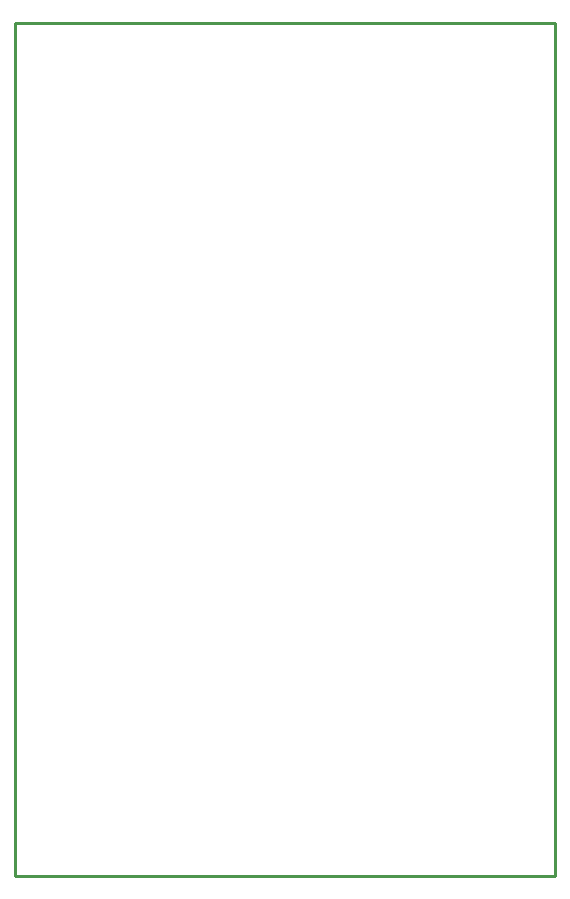
<source format=gm1>
G04*
G04 #@! TF.GenerationSoftware,Altium Limited,Altium Designer,18.1.7 (191)*
G04*
G04 Layer_Color=16711935*
%FSLAX25Y25*%
%MOIN*%
G70*
G01*
G75*
%ADD12C,0.01000*%
D12*
X125000Y215500D02*
X214000D01*
X100000D02*
X125000D01*
X280000D02*
Y359500D01*
X214000Y215500D02*
X280000D01*
X280000Y313000D02*
X280000Y500000D01*
X234750D02*
X280000D01*
X100000D02*
X145250D01*
X100000Y215500D02*
Y313000D01*
Y500000D01*
X145250D02*
X234750D01*
X280000Y359500D02*
Y452500D01*
M02*

</source>
